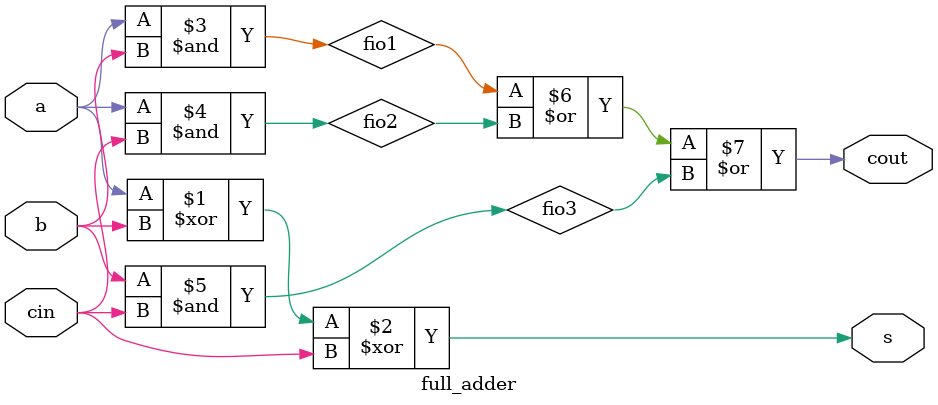
<source format=v>
module full_adder (
input	a,
input	b,
input	cin,
output	cout,
output	s);

    wire fio1, fio2, fio3;

    xor(s, a, b, cin);
 
    and(fio1, a, b);
    and(fio2, a, cin);
	and(fio3, b, cin);
    or(cout, fio1, fio2, fio3);

endmodule


</source>
